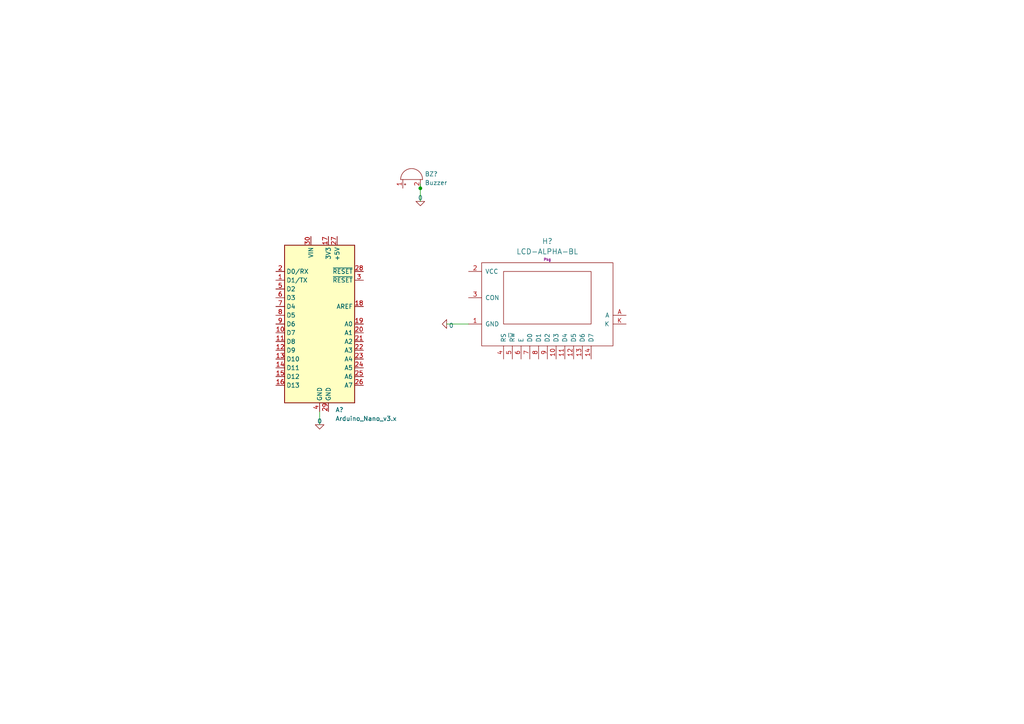
<source format=kicad_sch>
(kicad_sch (version 20211123) (generator eeschema)
  (paper "A4")
  (lib_symbols
    (symbol "Device:Buzzer" (pin_names (offset 0.0254) hide)
      (property "Reference" "BZ" (at 3.81 1.27 0))
      (property "Value" "Buzzer" (at 3.81 -1.27 0))
      (symbol "Buzzer_0_1"
        (arc (start 0 -3.175) (mid 3.175 0) (end 0 3.175))
        (polyline (pts (xy -1.651 1.905) (xy -1.143 1.905)))
        (polyline (pts (xy -1.397 2.159) (xy -1.397 1.651)))
        (polyline (pts (xy 0 3.175) (xy 0 -3.175)))
      )
      (symbol "Buzzer_1_1"
        (pin passive line (at -2.54 2.54 0) (length 2.54) (name "-") (number "1"))
        (pin passive line (at -2.54 -2.54 0) (length 2.54) (name "+") (number "2"))
      )
    )
    (symbol "MCU_Module:Arduino_Nano_v3.x"
      (property "Reference" "A" (at -10.16 23.495 0))
      (property "Value" "Arduino_Nano_v3.x" (at 5.08 -24.13 0))
      (symbol "Arduino_Nano_v3.x_0_1"
        (rectangle (start -10.16 22.86) (end 10.16 -22.86) (stroke (width 0.254)) (fill (type background)))
      )
      (symbol "Arduino_Nano_v3.x_1_1"
        (pin bidirectional line (at -12.7 12.7 0) (length 2.54) (name "D1/TX") (number "1"))
        (pin bidirectional line (at -12.7 -2.54 0) (length 2.54) (name "D7") (number "10"))
        (pin bidirectional line (at -12.7 -5.08 0) (length 2.54) (name "D8") (number "11"))
        (pin bidirectional line (at -12.7 -7.62 0) (length 2.54) (name "D9") (number "12"))
        (pin bidirectional line (at -12.7 -10.16 0) (length 2.54) (name "D10") (number "13"))
        (pin bidirectional line (at -12.7 -12.7 0) (length 2.54) (name "D11") (number "14"))
        (pin bidirectional line (at -12.7 -15.24 0) (length 2.54) (name "D12") (number "15"))
        (pin bidirectional line (at -12.7 -17.78 0) (length 2.54) (name "D13") (number "16"))
        (pin power_out line (at 2.54 25.4 270) (length 2.54) (name "3V3") (number "17"))
        (pin input line (at 12.7 5.08 180) (length 2.54) (name "AREF") (number "18"))
        (pin bidirectional line (at 12.7 0 180) (length 2.54) (name "A0") (number "19"))
        (pin bidirectional line (at -12.7 15.24 0) (length 2.54) (name "D0/RX") (number "2"))
        (pin bidirectional line (at 12.7 -2.54 180) (length 2.54) (name "A1") (number "20"))
        (pin bidirectional line (at 12.7 -5.08 180) (length 2.54) (name "A2") (number "21"))
        (pin bidirectional line (at 12.7 -7.62 180) (length 2.54) (name "A3") (number "22"))
        (pin bidirectional line (at 12.7 -10.16 180) (length 2.54) (name "A4") (number "23"))
        (pin bidirectional line (at 12.7 -12.7 180) (length 2.54) (name "A5") (number "24"))
        (pin bidirectional line (at 12.7 -15.24 180) (length 2.54) (name "A6") (number "25"))
        (pin bidirectional line (at 12.7 -17.78 180) (length 2.54) (name "A7") (number "26"))
        (pin power_out line (at 5.08 25.4 270) (length 2.54) (name "+5V") (number "27"))
        (pin input line (at 12.7 15.24 180) (length 2.54) (name "~{RESET}") (number "28"))
        (pin power_in line (at 2.54 -25.4 90) (length 2.54) (name "GND") (number "29"))
        (pin input line (at 12.7 12.7 180) (length 2.54) (name "~{RESET}") (number "3"))
        (pin power_in line (at -2.54 25.4 270) (length 2.54) (name "VIN") (number "30"))
        (pin power_in line (at 0 -25.4 90) (length 2.54) (name "GND") (number "4"))
        (pin bidirectional line (at -12.7 10.16 0) (length 2.54) (name "D2") (number "5"))
        (pin bidirectional line (at -12.7 7.62 0) (length 2.54) (name "D3") (number "6"))
        (pin bidirectional line (at -12.7 5.08 0) (length 2.54) (name "D4") (number "7"))
        (pin bidirectional line (at -12.7 2.54 0) (length 2.54) (name "D5") (number "8"))
        (pin bidirectional line (at -12.7 0 0) (length 2.54) (name "D6") (number "9"))
      )
    )
    (symbol "display:LCD-ALPHA-BL" (pin_names (offset 1.016))
      (property "Reference" "H" (at 19.05 11.43 0))
      (property "Value" "LCD-ALPHA-BL" (at -19.05 11.43 0))
      (property "Footprint" "Pkg" (at -18.415 9.525 0))
      (symbol "LCD-ALPHA-BL_0_1"
        (rectangle (start -19.05 10.16) (end 19.05 -13.97))
        (rectangle (start -12.7 7.62) (end 12.7 -7.62))
      )
      (symbol "LCD-ALPHA-BL_1_1"
        (pin power_in line (at -22.86 -7.62 0) (length 3.81) (name "GND") (number "1"))
        (pin input line (at 2.54 -17.78 90) (length 3.81) (name "D3") (number "10"))
        (pin input line (at 5.08 -17.78 90) (length 3.81) (name "D4") (number "11"))
        (pin input line (at 7.62 -17.78 90) (length 3.81) (name "D5") (number "12"))
        (pin input line (at 10.16 -17.78 90) (length 3.81) (name "D6") (number "13"))
        (pin input line (at 12.7 -17.78 90) (length 3.81) (name "D7") (number "14"))
        (pin power_in line (at -22.86 7.62 0) (length 3.81) (name "VCC") (number "2"))
        (pin passive line (at -22.86 0 0) (length 3.81) (name "CON") (number "3"))
        (pin input line (at -12.7 -17.78 90) (length 3.81) (name "RS") (number "4"))
        (pin input line (at -10.16 -17.78 90) (length 3.81) (name "R~{W}") (number "5"))
        (pin input line (at -7.62 -17.78 90) (length 3.81) (name "E") (number "6"))
        (pin input line (at -5.08 -17.78 90) (length 3.81) (name "D0") (number "7"))
        (pin input line (at -2.54 -17.78 90) (length 3.81) (name "D1") (number "8"))
        (pin input line (at 0 -17.78 90) (length 3.81) (name "D2") (number "9"))
        (pin passive line (at 22.86 -5.08 180) (length 3.81) (name "A") (number "A"))
        (pin passive line (at 22.86 -7.62 180) (length 3.81) (name "K") (number "K"))
      )
    )
    (symbol "pspice:0" (power) (pin_names (offset 0))
      (property "Value" "0" (at 0 -1.778 0))
      (symbol "0_0_1"
        (polyline (pts (xy -1.27 0) (xy 0 -1.27) (xy 1.27 0) (xy -1.27 0)))
      )
      (symbol "0_1_1"
        (pin power_in line (at 0 0 0) (length 0) hide (name "0") (number "1"))
      )
    )
  )
  (junction (at 121.92 54.61))
  (wire (pts (xy 121.92 53.34) (xy 121.92 54.61)))
  (wire (pts (xy 129.54 93.98) (xy 135.89 93.98)))
  (wire (pts (xy 92.71 119.38) (xy 92.71 123.19)))
  (wire (pts (xy 121.92 58.42) (xy 121.92 54.61)))
  (symbol (lib_id "pspice:0") (at 129.54 93.98 270) (unit 1)
    (property "Reference" "#GND?" (effects hide))
    (property "Value" "0" (at 130.175 94.4138 90) (effects (justify left)))
  )
  (symbol (lib_id "Device:Buzzer") (at 119.38 52.07 90) (unit 1)
    (property "Reference" "BZ?" (at 123.19 50.4733 90) (effects (justify right)))
    (property "Value" "Buzzer" (at 123.19 53.0102 90) (effects (justify right)))
  )
  (symbol (lib_id "pspice:0") (at 92.71 123.19 0) (unit 1)
    (property "Reference" "#GND?" (effects hide))
    (property "Value" "0" (at 92.71 122.1542 0))
  )
  (symbol (lib_id "pspice:0") (at 121.92 58.42 0) (unit 1)
    (property "Reference" "#GND?" (effects hide))
    (property "Value" "0" (at 121.92 57.3842 0))
  )
  (symbol (lib_id "display:LCD-ALPHA-BL") (at 158.75 86.36 0) (unit 1)
    (property "Reference" "H?" (at 158.75 69.9717 0) (effects (font (size 1.524 1.524))))
    (property "Value" "LCD-ALPHA-BL" (at 158.75 72.9651 0) (effects (font (size 1.524 1.524))))
    (property "Footprint" "Pkg" (at 158.75 75.2737 0) (effects (font (size 0.762 0.762))))
  )
  (symbol (lib_id "MCU_Module:Arduino_Nano_v3.x") (at 92.71 93.98 0) (unit 1)
    (property "Reference" "A?" (at 97.2694 118.8704 0) (effects (justify left)))
    (property "Value" "Arduino_Nano_v3.x" (at 97.2694 121.4073 0) (effects (justify left)))
    (property "Footprint" "Module:Arduino_Nano" (effects hide))
    (property "Datasheet" "http://www.mouser.com/pdfdocs/Gravitech_Arduino_Nano3_0.pdf" (effects hide))
  )
)
</source>
